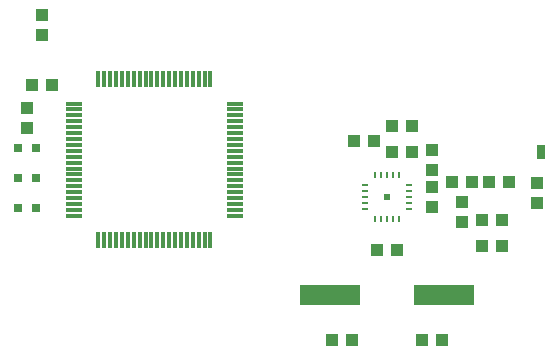
<source format=gtp>
G75*
G70*
%OFA0B0*%
%FSLAX24Y24*%
%IPPOS*%
%LPD*%
%AMOC8*
5,1,8,0,0,1.08239X$1,22.5*
%
%ADD10R,0.0433X0.0394*%
%ADD11R,0.0394X0.0433*%
%ADD12R,0.2000X0.0700*%
%ADD13R,0.0197X0.0197*%
%ADD14R,0.0190X0.0080*%
%ADD15R,0.0080X0.0190*%
%ADD16R,0.0118X0.0531*%
%ADD17R,0.0531X0.0118*%
%ADD18R,0.0315X0.0315*%
%ADD19R,0.0250X0.0500*%
D10*
X007431Y011256D03*
X007431Y011925D03*
X007596Y012715D03*
X008265Y012715D03*
X007931Y014381D03*
X007931Y015050D03*
X018346Y010840D03*
X019015Y010840D03*
X019596Y010465D03*
X020265Y010465D03*
X020265Y011340D03*
X019596Y011340D03*
X020931Y010550D03*
X020931Y009881D03*
X021596Y009465D03*
X022265Y009465D03*
X022846Y009465D03*
X023515Y009465D03*
X023265Y008215D03*
X022596Y008215D03*
X022596Y007340D03*
X023265Y007340D03*
X021265Y004215D03*
X020596Y004215D03*
X018265Y004215D03*
X017596Y004215D03*
D11*
X019096Y007215D03*
X019765Y007215D03*
X020931Y008631D03*
X020931Y009300D03*
X021931Y008800D03*
X021931Y008131D03*
X024431Y008756D03*
X024431Y009425D03*
D12*
X021331Y005715D03*
X017531Y005715D03*
D13*
X019431Y008965D03*
D14*
X020161Y008965D03*
X020161Y008770D03*
X020161Y008570D03*
X020161Y009160D03*
X020161Y009360D03*
X018701Y009360D03*
X018701Y009160D03*
X018701Y008965D03*
X018701Y008770D03*
X018701Y008570D03*
D15*
X019036Y008235D03*
X019236Y008235D03*
X019431Y008235D03*
X019626Y008235D03*
X019826Y008235D03*
X019826Y009695D03*
X019626Y009695D03*
X019431Y009695D03*
X019236Y009695D03*
X019036Y009695D03*
D16*
X013551Y007528D03*
X013354Y007528D03*
X013157Y007528D03*
X012960Y007528D03*
X012763Y007528D03*
X012567Y007528D03*
X012370Y007528D03*
X012173Y007528D03*
X011976Y007528D03*
X011779Y007528D03*
X011582Y007528D03*
X011386Y007528D03*
X011189Y007528D03*
X010992Y007528D03*
X010795Y007528D03*
X010598Y007528D03*
X010401Y007528D03*
X010204Y007528D03*
X010008Y007528D03*
X009811Y007528D03*
X009811Y012902D03*
X010008Y012902D03*
X010204Y012902D03*
X010401Y012902D03*
X010598Y012902D03*
X010795Y012902D03*
X010992Y012902D03*
X011189Y012902D03*
X011386Y012902D03*
X011582Y012902D03*
X011779Y012902D03*
X011976Y012902D03*
X012173Y012902D03*
X012370Y012902D03*
X012567Y012902D03*
X012763Y012902D03*
X012960Y012902D03*
X013157Y012902D03*
X013354Y012902D03*
X013551Y012902D03*
D17*
X014368Y012085D03*
X014368Y011889D03*
X014368Y011692D03*
X014368Y011495D03*
X014368Y011298D03*
X014368Y011101D03*
X014368Y010904D03*
X014368Y010708D03*
X014368Y010511D03*
X014368Y010314D03*
X014368Y010117D03*
X014368Y009920D03*
X014368Y009723D03*
X014368Y009526D03*
X014368Y009330D03*
X014368Y009133D03*
X014368Y008936D03*
X014368Y008739D03*
X014368Y008542D03*
X014368Y008345D03*
X008994Y008345D03*
X008994Y008542D03*
X008994Y008739D03*
X008994Y008936D03*
X008994Y009133D03*
X008994Y009330D03*
X008994Y009526D03*
X008994Y009723D03*
X008994Y009920D03*
X008994Y010117D03*
X008994Y010314D03*
X008994Y010511D03*
X008994Y010708D03*
X008994Y010904D03*
X008994Y011101D03*
X008994Y011298D03*
X008994Y011495D03*
X008994Y011692D03*
X008994Y011889D03*
X008994Y012085D03*
D18*
X007136Y008590D03*
X007726Y008590D03*
X007726Y009590D03*
X007136Y009590D03*
X007136Y010590D03*
X007726Y010590D03*
D19*
X024556Y010465D03*
M02*

</source>
